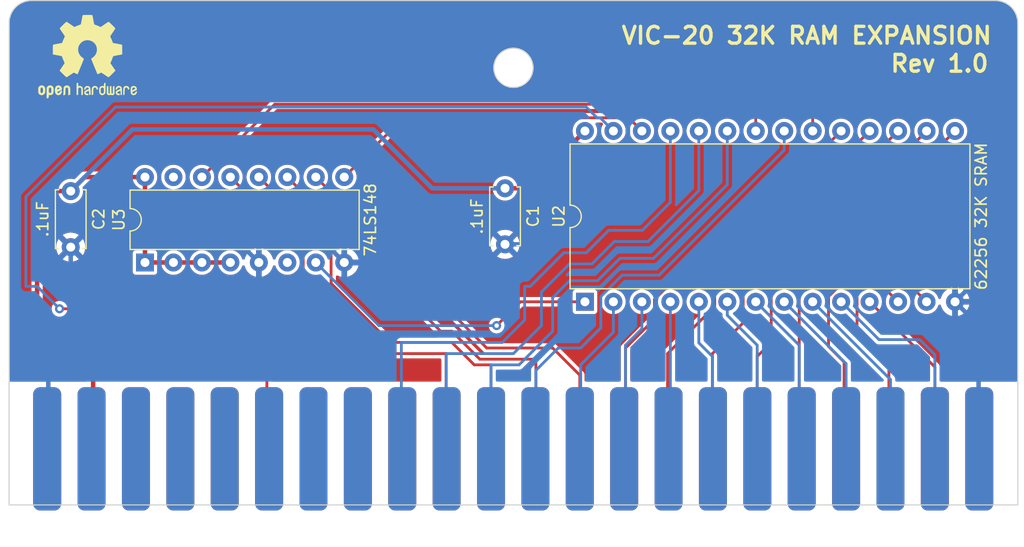
<source format=kicad_pcb>
(kicad_pcb (version 20221018) (generator pcbnew)
  (layers (0 "F.Cu" signal) (31 "B.Cu" signal) (34 "B.Paste" user) (35 "F.Paste" user) (36 "B.SilkS" user "B.Silkscreen") (37 "F.SilkS" user "F.Silkscreen") (38 "B.Mask" user) (39 "F.Mask" user) (44 "Edge.Cuts" user))
  (net 0 "")
  (net 1 "Net-(U2-A14)")
  (net 2 "/A12")
  (net 3 "/A7")
  (net 4 "/A6")
  (net 5 "/A5")
  (net 6 "/A4")
  (net 7 "/A3")
  (net 8 "/A2")
  (net 9 "/A1")
  (net 10 "/A0")
  (net 11 "/D0")
  (net 12 "/D1")
  (net 13 "/D2")
  (net 14 "GND")
  (net 15 "/D3")
  (net 16 "/D4")
  (net 17 "/D5")
  (net 18 "/D6")
  (net 19 "/D7")
  (net 20 "Net-(U2-~{CS})")
  (net 21 "/A10")
  (net 22 "/A11")
  (net 23 "/A9")
  (net 24 "/A8")
  (net 25 "Net-(U2-A13)")
  (net 26 "R{slash}W")
  (net 27 "+5V")
  (net 29 "Net-(U1-{slash}BLK_5)")
  (net 30 "Net-(U1-{slash}BLK_3)")
  (net 31 "Net-(U1-{slash}BLK_2)")
  (net 32 "Net-(U1-{slash}BLK_1)")
  (footprint "Package_DIP:DIP-28_W15.24mm" (layer "F.Cu") (at 161.38 111.875 90)
    (fp_text reference "U2" (at 7.62 -2.33 90) (layer "F.SilkS"))
    (fp_text value "62256 32K SRAM" (at 7.62 35.35 90) (layer "F.SilkS"))
    (pad "1" thru_hole rect (at 0 0 90) (size 1.6 1.6) (drill 0.8) (layers "*.Cu" "*.Mask") (net 1 "Net-(U2-A14)"))
    (pad "2" thru_hole oval (at 0 2.54 90) (size 1.6 1.6) (drill 0.8) (layers "*.Cu" "*.Mask") (net 24 "/A8"))
    (pad "3" thru_hole oval (at 0 5.08 90) (size 1.6 1.6) (drill 0.8) (layers "*.Cu" "*.Mask") (net 3 "/A7"))
    (pad "4" thru_hole oval (at 0 7.62 90) (size 1.6 1.6) (drill 0.8) (layers "*.Cu" "*.Mask") (net 4 "/A6"))
    (pad "5" thru_hole oval (at 0 10.16 90) (size 1.6 1.6) (drill 0.8) (layers "*.Cu" "*.Mask") (net 5 "/A5"))
    (pad "6" thru_hole oval (at 0 12.7 90) (size 1.6 1.6) (drill 0.8) (layers "*.Cu" "*.Mask") (net 6 "/A4"))
    (pad "7" thru_hole oval (at 0 15.24 90) (size 1.6 1.6) (drill 0.8) (layers "*.Cu" "*.Mask") (net 7 "/A3"))
    (pad "8" thru_hole oval (at 0 17.78 90) (size 1.6 1.6) (drill 0.8) (layers "*.Cu" "*.Mask") (net 8 "/A2"))
    (pad "9" thru_hole oval (at 0 20.32 90) (size 1.6 1.6) (drill 0.8) (layers "*.Cu" "*.Mask") (net 9 "/A1"))
    (pad "10" thru_hole oval (at 0 22.86 90) (size 1.6 1.6) (drill 0.8) (layers "*.Cu" "*.Mask") (net 10 "/A0"))
    (pad "11" thru_hole oval (at 0 25.4 90) (size 1.6 1.6) (drill 0.8) (layers "*.Cu" "*.Mask") (net 11 "/D0"))
    (pad "12" thru_hole oval (at 0 27.94 90) (size 1.6 1.6) (drill 0.8) (layers "*.Cu" "*.Mask") (net 12 "/D1"))
    (pad "13" thru_hole oval (at 0 30.48 90) (size 1.6 1.6) (drill 0.8) (layers "*.Cu" "*.Mask") (net 13 "/D2"))
    (pad "14" thru_hole oval (at 0 33.02 90) (size 1.6 1.6) (drill 0.8) (layers "*.Cu" "*.Mask") (net 14 "GND"))
    (pad "15" thru_hole oval (at 15.24 33.02 90) (size 1.6 1.6) (drill 0.8) (layers "*.Cu" "*.Mask") (net 15 "/D3"))
    (pad "16" thru_hole oval (at 15.24 30.48 90) (size 1.6 1.6) (drill 0.8) (layers "*.Cu" "*.Mask") (net 16 "/D4"))
    (pad "17" thru_hole oval (at 15.24 27.94 90) (size 1.6 1.6) (drill 0.8) (layers "*.Cu" "*.Mask") (net 17 "/D5"))
    (pad "18" thru_hole oval (at 15.24 25.4 90) (size 1.6 1.6) (drill 0.8) (layers "*.Cu" "*.Mask") (net 18 "/D6"))
    (pad "19" thru_hole oval (at 15.24 22.86 90) (size 1.6 1.6) (drill 0.8) (layers "*.Cu" "*.Mask") (net 19 "/D7"))
    (pad "20" thru_hole oval (at 15.24 20.32 90) (size 1.6 1.6) (drill 0.8) (layers "*.Cu" "*.Mask") (net 20 "Net-(U2-~{CS})"))
    (pad "21" thru_hole oval (at 15.24 17.78 90) (size 1.6 1.6) (drill 0.8) (layers "*.Cu" "*.Mask") (net 23 "/A9"))
    (pad "22" thru_hole oval (at 15.24 15.24 90) (size 1.6 1.6) (drill 0.8) (layers "*.Cu" "*.Mask") (net 20 "Net-(U2-~{CS})"))
    (pad "23" thru_hole oval (at 15.24 12.7 90) (size 1.6 1.6) (drill 0.8) (layers "*.Cu" "*.Mask") (net 21 "/A10"))
    (pad "24" thru_hole oval (at 15.24 10.16 90) (size 1.6 1.6) (drill 0.8) (layers "*.Cu" "*.Mask") (net 22 "/A11"))
    (pad "25" thru_hole oval (at 15.24 7.62 90) (size 1.6 1.6) (drill 0.8) (layers "*.Cu" "*.Mask") (net 2 "/A12"))
    (pad "26" thru_hole oval (at 15.24 5.08 90) (size 1.6 1.6) (drill 0.8) (layers "*.Cu" "*.Mask") (net 25 "Net-(U2-A13)"))
    (pad "27" thru_hole oval (at 15.24 2.54 90) (size 1.6 1.6) (drill 0.8) (layers "*.Cu" "*.Mask") (net 26 "R{slash}W"))
    (pad "28" thru_hole oval (at 15.24 0 90) (size 1.6 1.6) (drill 0.8) (layers "*.Cu" "*.Mask") (net 27 "+5V"))
  )
  (footprint "Capacitor_THT:C_Disc_D5.0mm_W2.5mm_P5.00mm" (layer "F.Cu") (at 154.25 101.75 -90)
    (fp_text reference "C1" (at 2.5 -2.5 90) (layer "F.SilkS"))
    (fp_text value ".1uF" (at 2.5 2.5 90) (layer "F.SilkS"))
    (pad "1" thru_hole circle (at 0 0 270) (size 1.6 1.6) (drill 0.8) (layers "*.Cu" "*.Mask") (net 27 "+5V"))
    (pad "2" thru_hole circle (at 5 0 270) (size 1.6 1.6) (drill 0.8) (layers "*.Cu" "*.Mask") (net 14 "GND"))
  )
  (footprint "Capacitor_THT:C_Disc_D5.0mm_W2.5mm_P5.00mm" (layer "F.Cu") (at 115.5 102 -90)
    (fp_text reference "C2" (at 2.5 -2.5 90) (layer "F.SilkS"))
    (fp_text value ".1uF" (at 2.5 2.5 90) (layer "F.SilkS"))
    (pad "1" thru_hole circle (at 0 0 270) (size 1.6 1.6) (drill 0.8) (layers "*.Cu" "*.Mask") (net 27 "+5V"))
    (pad "2" thru_hole circle (at 5 0 270) (size 1.6 1.6) (drill 0.8) (layers "*.Cu" "*.Mask") (net 14 "GND"))
  )
  (footprint "Package_DIP:DIP-16_W7.62mm" (layer "F.Cu") (at 122.125 108.37 90)
    (fp_text reference "U3" (at 3.81 -2.33 90) (layer "F.SilkS"))
    (fp_text value "74LS148" (at 3.81 20.11 90) (layer "F.SilkS"))
    (pad "1" thru_hole rect (at 0 0 90) (size 1.6 1.6) (drill 0.8) (layers "*.Cu" "*.Mask") (net 27 "+5V"))
    (pad "2" thru_hole oval (at 0 2.54 90) (size 1.6 1.6) (drill 0.8) (layers "*.Cu" "*.Mask") (net 27 "+5V"))
    (pad "3" thru_hole oval (at 0 5.08 90) (size 1.6 1.6) (drill 0.8) (layers "*.Cu" "*.Mask") (net 27 "+5V"))
    (pad "4" thru_hole oval (at 0 7.62 90) (size 1.6 1.6) (drill 0.8) (layers "*.Cu" "*.Mask") (net 27 "+5V"))
    (pad "5" thru_hole oval (at 0 10.16 90) (size 1.6 1.6) (drill 0.8) (layers "*.Cu" "*.Mask") (net 14 "GND"))
    (pad "6" thru_hole oval (at 0 12.7 90) (size 1.6 1.6) (drill 0.8) (layers "*.Cu" "*.Mask"))
    (pad "7" thru_hole oval (at 0 15.24 90) (size 1.6 1.6) (drill 0.8) (layers "*.Cu" "*.Mask") (net 1 "Net-(U2-A14)"))
    (pad "8" thru_hole oval (at 0 17.78 90) (size 1.6 1.6) (drill 0.8) (layers "*.Cu" "*.Mask") (net 14 "GND"))
    (pad "9" thru_hole oval (at 7.62 17.78 90) (size 1.6 1.6) (drill 0.8) (layers "*.Cu" "*.Mask") (net 25 "Net-(U2-A13)"))
    (pad "10" thru_hole oval (at 7.62 15.24 90) (size 1.6 1.6) (drill 0.8) (layers "*.Cu" "*.Mask") (net 32 "Net-(U1-{slash}BLK_1)"))
    (pad "11" thru_hole oval (at 7.62 12.7 90) (size 1.6 1.6) (drill 0.8) (layers "*.Cu" "*.Mask") (net 31 "Net-(U1-{slash}BLK_2)"))
    (pad "12" thru_hole oval (at 7.62 10.16 90) (size 1.6 1.6) (drill 0.8) (layers "*.Cu" "*.Mask") (net 30 "Net-(U1-{slash}BLK_3)"))
    (pad "13" thru_hole oval (at 7.62 7.62 90) (size 1.6 1.6) (drill 0.8) (layers "*.Cu" "*.Mask") (net 29 "Net-(U1-{slash}BLK_5)"))
    (pad "14" thru_hole oval (at 7.62 5.08 90) (size 1.6 1.6) (drill 0.8) (layers "*.Cu" "*.Mask") (net 20 "Net-(U2-~{CS})"))
    (pad "15" thru_hole oval (at 7.62 2.54 90) (size 1.6 1.6) (drill 0.8) (layers "*.Cu" "*.Mask"))
    (pad "16" thru_hole oval (at 7.62 0 90) (size 1.6 1.6) (drill 0.8) (layers "*.Cu" "*.Mask") (net 27 "+5V"))
  )
  (footprint "Symbol:OSHW-Logo2_9.8x8mm_SilkScreen" (layer "F.Cu") (at 117 90)
    (fp_text reference "REF**" hide)
    (fp_text value "OSHW-Logo2_9.8x8mm_SilkScreen" hide)
  )
  (footprint "Connector_Commodore:VIC20-Expansion-Port" (layer "F.Cu") (at 109.44 130.94)
    (fp_text reference "U1")
    (fp_text value "V20-Cart-Port")
    (pad "1" connect roundrect (at 87.12 -5.94) (size 2.5 11) (layers "F.Cu" "F.Mask"))
    (pad "2" connect roundrect (at 83.16 -5.94) (size 2.5 11) (layers "F.Cu" "F.Mask") (net 11 "/D0"))
    (pad "3" connect roundrect (at 79.2 -5.94) (size 2.5 11) (layers "F.Cu" "F.Mask") (net 12 "/D1"))
    (pad "4" connect roundrect (at 75.24 -5.94) (size 2.5 11) (layers "F.Cu" "F.Mask") (net 13 "/D2"))
    (pad "5" connect roundrect (at 71.28 -5.94) (size 2.5 11) (layers "F.Cu" "F.Mask") (net 15 "/D3"))
    (pad "6" connect roundrect (at 67.32 -5.94) (size 2.5 11) (layers "F.Cu" "F.Mask") (net 16 "/D4"))
    (pad "7" connect roundrect (at 63.36 -5.94) (size 2.5 11) (layers "F.Cu" "F.Mask") (net 17 "/D5"))
    (pad "8" connect roundrect (at 59.4 -5.94) (size 2.5 11) (layers "F.Cu" "F.Mask") (net 18 "/D6"))
    (pad "9" connect roundrect (at 55.44 -5.94) (size 2.5 11) (layers "F.Cu" "F.Mask") (net 19 "/D7"))
    (pad "10" connect roundrect (at 51.48 -5.94) (size 2.5 11) (layers "F.Cu" "F.Mask") (net 32 "Net-(U1-{slash}BLK_1)"))
    (pad "11" connect roundrect (at 47.52 -5.94) (size 2.5 11) (layers "F.Cu" "F.Mask") (net 31 "Net-(U1-{slash}BLK_2)"))
    (pad "12" connect roundrect (at 43.56 -5.94) (size 2.5 11) (layers "F.Cu" "F.Mask") (net 30 "Net-(U1-{slash}BLK_3)"))
    (pad "13" connect roundrect (at 39.6 -5.94) (size 2.5 11) (layers "F.Cu" "F.Mask") (net 29 "Net-(U1-{slash}BLK_5)"))
    (pad "14" connect roundrect (at 35.64 -5.94) (size 2.5 11) (layers "F.Cu" "F.Mask"))
    (pad "15" connect roundrect (at 31.68 -5.94) (size 2.5 11) (layers "F.Cu" "F.Mask"))
    (pad "16" connect roundrect (at 27.72 -5.94) (size 2.5 11) (layers "F.Cu" "F.Mask"))
    (pad "17" connect roundrect (at 23.76 -5.94) (size 2.5 11) (layers "F.Cu" "F.Mask") (net 26 "R{slash}W"))
    (pad "18" connect roundrect (at 19.8 -5.94) (size 2.5 11) (layers "F.Cu" "F.Mask"))
    (pad "19" connect roundrect (at 15.84 -5.94) (size 2.5 11) (layers "F.Cu" "F.Mask"))
    (pad "20" connect roundrect (at 11.88 -5.94) (size 2.5 11) (layers "F.Cu" "F.Mask"))
    (pad "21" connect roundrect (at 7.92 -5.94) (size 2.5 11) (layers "F.Cu" "F.Mask") (net 27 "+5V"))
    (pad "22" connect roundrect (at 3.96 -5.94) (size 2.5 11) (layers "F.Cu" "F.Mask"))
    (pad "A" connect roundrect (at 87.12 -5.94) (size 2.5 11) (layers "B.Cu" "B.Mask") (net 14 "GND"))
    (pad "B" connect roundrect (at 83.16 -5.94) (size 2.5 11) (layers "B.Cu" "B.Mask") (net 10 "/A0"))
    (pad "C" connect roundrect (at 79.2 -5.94) (size 2.5 11) (layers "B.Cu" "B.Mask") (net 9 "/A1"))
    (pad "D" connect roundrect (at 75.24 -5.94) (size 2.5 11) (layers "B.Cu" "B.Mask") (net 8 "/A2"))
    (pad "E" connect roundrect (at 71.28 -5.94) (size 2.5 11) (layers "B.Cu" "B.Mask") (net 7 "/A3"))
    (pad "F" connect roundrect (at 67.32 -5.94) (size 2.5 11) (layers "B.Cu" "B.Mask") (net 6 "/A4"))
    (pad "H" connect roundrect (at 63.36 -5.94) (size 2.5 11) (layers "B.Cu" "B.Mask") (net 5 "/A5"))
    (pad "J" connect roundrect (at 59.4 -5.94) (size 2.5 11) (layers "B.Cu" "B.Mask") (net 4 "/A6"))
    (pad "K" connect roundrect (at 55.44 -5.94) (size 2.5 11) (layers "B.Cu" "B.Mask") (net 3 "/A7"))
    (pad "L" connect roundrect (at 51.48 -5.94) (size 2.5 11) (layers "B.Cu" "B.Mask") (net 24 "/A8"))
    (pad "M" connect roundrect (at 47.52 -5.94) (size 2.5 11) (layers "B.Cu" "B.Mask") (net 23 "/A9"))
    (pad "N" connect roundrect (at 43.56 -5.94) (size 2.5 11) (layers "B.Cu" "B.Mask") (net 21 "/A10"))
    (pad "P" connect roundrect (at 39.6 -5.94) (size 2.5 11) (layers "B.Cu" "B.Mask") (net 22 "/A11"))
    (pad "R" connect roundrect (at 35.64 -5.94) (size 2.5 11) (layers "B.Cu" "B.Mask") (net 2 "/A12"))
    (pad "S" connect roundrect (at 31.68 -5.94) (size 2.5 11) (layers "B.Cu" "B.Mask"))
    (pad "T" connect roundrect (at 27.72 -5.94) (size 2.5 11) (layers "B.Cu" "B.Mask"))
    (pad "U" connect roundrect (at 23.76 -5.94) (size 2.5 11) (layers "B.Cu" "B.Mask"))
    (pad "V" connect roundrect (at 19.8 -5.94) (size 2.5 11) (layers "B.Cu" "B.Mask"))
    (pad "W" connect roundrect (at 15.84 -5.94) (size 2.5 11) (layers "B.Cu" "B.Mask"))
    (pad "X" connect roundrect (at 11.88 -5.94) (size 2.5 11) (layers "B.Cu" "B.Mask"))
    (pad "Y" connect roundrect (at 7.92 -5.94) (size 2.5 11) (layers "B.Cu" "B.Mask"))
    (pad "Z" connect roundrect (at 3.96 -5.94) (size 2.5 11) (layers "B.Cu" "B.Mask") (net 14 "GND"))
  )
  (gr_circle (center 155 91) (end 156.75 91) (stroke (width 0.1)) (fill none) (layer "Edge.Cuts"))
  (gr_line (start 110 87) (end 110 119) (stroke (width 0.1)) (layer "Edge.Cuts"))
  (gr_line (start 200 119) (end 200 119) (stroke (width 0.1)) (layer "Edge.Cuts"))
  (gr_line (start 110 119) (end 110 130) (stroke (width 0.1)) (layer "Edge.Cuts"))
  (gr_arc (start 198 85) (mid 199.414214 85.585786) (end 200 87) (stroke (width 0.1)) (layer "Edge.Cuts"))
  (gr_line (start 200 119) (end 200 87) (stroke (width 0.1)) (layer "Edge.Cuts"))
  (gr_arc (start 110 87) (mid 110.585786 85.585786) (end 112 85) (stroke (width 0.1)) (layer "Edge.Cuts"))
  (gr_line (start 110 130) (end 200 130) (stroke (width 0.1)) (layer "Edge.Cuts"))
  (gr_line (start 200 130) (end 200 119) (stroke (width 0.1)) (layer "Edge.Cuts"))
  (gr_line (start 110 119) (end 110 119) (stroke (width 0.1)) (layer "Edge.Cuts"))
  (gr_line (start 198 85) (end 112 85) (stroke (width 0.1)) (layer "Edge.Cuts"))
  (gr_text "VIC-20 32K RAM EXPANSION" (at 164.5 89) (layer "F.SilkS") (effects (font (size 1.5 1.5) (thickness 0.3) bold) (justify left bottom)))
  (gr_text "Rev 1.0" (at 188.5 91.5) (layer "F.SilkS") (effects (font (size 1.5 1.5) (thickness 0.3) bold) (justify left bottom)))
  (segment (start 153.5 114) (end 155.625 111.875) (width 0.25) (layer "F.Cu") (net 1))
  (segment (start 155.625 111.875) (end 161.38 111.875) (width 0.25) (layer "F.Cu") (net 1))
  (via (at 153.5 114) (size 0.8) (drill 0.4) (layers "F.Cu" "B.Cu") (net 1))
  (segment (start 142.995 114) (end 153.5 114) (width 0.25) (layer "B.Cu") (net 1))
  (segment (start 137.365 108.37) (end 142.995 114) (width 0.25) (layer "B.Cu") (net 1))
  (segment (start 166.5 105.5) (end 163.5 105.5) (width 0.25) (layer "B.Cu") (net 2))
  (segment (start 145 115.5) (end 145 124.92) (width 0.25) (layer "B.Cu") (net 2))
  (segment (start 163.5 105.5) (end 161.5 107.5) (width 0.25) (layer "B.Cu") (net 2))
  (segment (start 156 110.5) (end 156 113.5) (width 0.25) (layer "B.Cu") (net 2))
  (segment (start 156 113.5) (end 154 115.5) (width 0.25) (layer "B.Cu") (net 2))
  (segment (start 161.5 107.5) (end 159.5 107.5) (width 0.25) (layer "B.Cu") (net 2))
  (segment (start 169 103) (end 166.5 105.5) (width 0.25) (layer "B.Cu") (net 2))
  (segment (start 145 124.92) (end 145.08 125) (width 0.25) (layer "B.Cu") (net 2))
  (segment (start 154 115.5) (end 145 115.5) (width 0.25) (layer "B.Cu") (net 2))
  (segment (start 169 96.635) (end 169 103) (width 0.25) (layer "B.Cu") (net 2))
  (segment (start 159.5 107.5) (end 156.5 110.5) (width 0.25) (layer "B.Cu") (net 2))
  (segment (start 156.5 110.5) (end 156 110.5) (width 0.25) (layer "B.Cu") (net 2))
  (segment (start 165 115.75) (end 165 124.88) (width 0.25) (layer "B.Cu") (net 3))
  (segment (start 165 124.88) (end 164.88 125) (width 0.25) (layer "B.Cu") (net 3))
  (segment (start 166.46 111.875) (end 166.46 114.29) (width 0.25) (layer "B.Cu") (net 3))
  (segment (start 166.46 114.29) (end 165 115.75) (width 0.25) (layer "B.Cu") (net 3))
  (segment (start 169 111.875) (end 169 124.84) (width 0.25) (layer "B.Cu") (net 4))
  (segment (start 169 124.84) (end 168.84 125) (width 0.25) (layer "B.Cu") (net 4))
  (segment (start 171.54 111.875) (end 171.54 115.54) (width 0.25) (layer "B.Cu") (net 5))
  (segment (start 171.54 115.54) (end 172.75 116.75) (width 0.25) (layer "B.Cu") (net 5))
  (segment (start 172.75 116.75) (end 172.75 124.95) (width 0.25) (layer "B.Cu") (net 5))
  (segment (start 172.75 124.95) (end 172.8 125) (width 0.25) (layer "B.Cu") (net 5))
  (segment (start 176.75 115.75) (end 176.75 124.99) (width 0.25) (layer "B.Cu") (net 6))
  (segment (start 176.75 124.99) (end 176.76 125) (width 0.25) (layer "B.Cu") (net 6))
  (segment (start 174.08 113.08) (end 176.75 115.75) (width 0.25) (layer "B.Cu") (net 6))
  (segment (start 174.08 111.875) (end 174.08 113.08) (width 0.25) (layer "B.Cu") (net 6))
  (segment (start 176.62 111.875) (end 180.495 115.75) (width 0.25) (layer "B.Cu") (net 7))
  (segment (start 180.495 115.75) (end 180.5 115.75) (width 0.25) (layer "B.Cu") (net 7))
  (segment (start 180.5 115.75) (end 180.5 124.78) (width 0.25) (layer "B.Cu") (net 7))
  (segment (start 180.5 124.78) (end 180.72 125) (width 0.25) (layer "B.Cu") (net 7))
  (segment (start 184.68 117.395) (end 184.68 125) (width 0.25) (layer "B.Cu") (net 8))
  (segment (start 179.16 111.875) (end 184.68 117.395) (width 0.25) (layer "B.Cu") (net 8))
  (segment (start 181.7 111.875) (end 188.64 118.815) (width 0.25) (layer "B.Cu") (net 9))
  (segment (start 188.64 118.815) (end 188.64 125) (width 0.25) (layer "B.Cu") (net 9))
  (segment (start 192.6 116.6) (end 192.6 125) (width 0.25) (layer "B.Cu") (net 10))
  (segment (start 187.615 115.25) (end 191.25 115.25) (width 0.25) (layer "B.Cu") (net 10))
  (segment (start 184.24 111.875) (end 187.615 115.25) (width 0.25) (layer "B.Cu") (net 10))
  (segment (start 191.25 115.25) (end 192.6 116.6) (width 0.25) (layer "B.Cu") (net 10))
  (segment (start 186.78 111.875) (end 192.6 117.695) (width 0.25) (layer "F.Cu") (net 11))
  (segment (start 192.6 117.695) (end 192.6 125) (width 0.25) (layer "F.Cu") (net 11))
  (segment (start 188.5 117.25) (end 188.5 124.86) (width 0.25) (layer "F.Cu") (net 12))
  (segment (start 188.5 124.86) (end 188.64 125) (width 0.25) (layer "F.Cu") (net 12))
  (segment (start 186.305 110.195) (end 185.655 110.845) (width 0.25) (layer "F.Cu") (net 12))
  (segment (start 188.195 110.195) (end 186.305 110.195) (width 0.25) (layer "F.Cu") (net 12))
  (segment (start 188.195 110.75) (end 188.195 110.195) (width 0.25) (layer "F.Cu") (net 12))
  (segment (start 189.32 111.875) (end 188.195 110.75) (width 0.25) (layer "F.Cu") (net 12))
  (segment (start 185.655 114.405) (end 188.5 117.25) (width 0.25) (layer "F.Cu") (net 12))
  (segment (start 185.655 110.845) (end 185.655 114.405) (width 0.25) (layer "F.Cu") (net 12))
  (segment (start 183.115 115.865) (end 184.5 117.25) (width 0.25) (layer "F.Cu") (net 13))
  (segment (start 185.724009 108.8) (end 183.115 111.409009) (width 0.25) (layer "F.Cu") (net 13))
  (segment (start 183.115 111.409009) (end 183.115 115.865) (width 0.25) (layer "F.Cu") (net 13))
  (segment (start 184.5 117.25) (end 184.5 124.82) (width 0.25) (layer "F.Cu") (net 13))
  (segment (start 188.785 108.8) (end 185.724009 108.8) (width 0.25) (layer "F.Cu") (net 13))
  (segment (start 184.5 124.82) (end 184.68 125) (width 0.25) (layer "F.Cu") (net 13))
  (segment (start 191.86 111.875) (end 188.785 108.8) (width 0.25) (layer "F.Cu") (net 13))
  (segment (start 115.5 111) (end 117 112.5) (width 0.4) (layer "B.Cu") (net 14))
  (segment (start 154.25 106.75) (end 155.612767 106.75) (width 0.4) (layer "B.Cu") (net 14))
  (segment (start 194.4 111.875) (end 196.5 113.975) (width 0.4) (layer "B.Cu") (net 14))
  (segment (start 123.415 111.085) (end 123.415 107.852233) (width 0.4) (layer "B.Cu") (net 14))
  (segment (start 131 107.085) (end 132.285 108.37) (width 0.4) (layer "B.Cu") (net 14))
  (segment (start 117 112.5) (end 122 112.5) (width 0.4) (layer "B.Cu") (net 14))
  (segment (start 196.5 113.975) (end 196.5 124.94) (width 0.4) (layer "B.Cu") (net 14))
  (segment (start 131 106.5) (end 131 107.085) (width 0.4) (layer "B.Cu") (net 14))
  (segment (start 165.21 96.117233) (end 167.827233 93.5) (width 0.4) (layer "B.Cu") (net 14))
  (segment (start 115.5 107) (end 115.5 111) (width 0.4) (layer "B.Cu") (net 14))
  (segment (start 197 93.5) (end 197 109.275) (width 0.4) (layer "B.Cu") (net 14))
  (segment (start 165.21 97.152767) (end 165.21 96.117233) (width 0.4) (layer "B.Cu") (net 14))
  (segment (start 113.5 115.75) (end 113.5 124.9) (width 0.4) (layer "B.Cu") (net 14))
  (segment (start 117 112.5) (end 116.75 112.5) (width 0.4) (layer "B.Cu") (net 14))
  (segment (start 124.767233 106.5) (end 131 106.5) (width 0.4) (layer "B.Cu") (net 14))
  (segment (start 116.75 112.5) (end 113.5 115.75) (width 0.4) (layer "B.Cu") (net 14))
  (segment (start 155.612767 106.75) (end 165.21 97.152767) (width 0.4) (layer "B.Cu") (net 14))
  (segment (start 139 106.5) (end 139 107.465) (width 0.4) (layer "B.Cu") (net 14))
  (segment (start 152.63 108.37) (end 154.25 106.75) (width 0.4) (layer "B.Cu") (net 14))
  (segment (start 139.905 108.37) (end 152.63 108.37) (width 0.4) (layer "B.Cu") (net 14))
  (segment (start 113.5 124.9) (end 113.4 125) (width 0.4) (layer "B.Cu") (net 14))
  (segment (start 197 109.275) (end 194.4 111.875) (width 0.4) (layer "B.Cu") (net 14))
  (segment (start 139 107.465) (end 139.905 108.37) (width 0.4) (layer "B.Cu") (net 14))
  (segment (start 122 112.5) (end 123.415 111.085) (width 0.4) (layer "B.Cu") (net 14))
  (segment (start 123.415 107.852233) (end 124.767233 106.5) (width 0.4) (layer "B.Cu") (net 14))
  (segment (start 167.827233 93.5) (end 197 93.5) (width 0.4) (layer "B.Cu") (net 14))
  (segment (start 131 106.5) (end 139 106.5) (width 0.4) (layer "B.Cu") (net 14))
  (segment (start 196.5 124.94) (end 196.56 125) (width 0.4) (layer "B.Cu") (net 14))
  (segment (start 194.4 96.635) (end 180.535 110.5) (width 0.25) (layer "F.Cu") (net 15))
  (segment (start 180.5 110.5) (end 180.5 124.78) (width 0.25) (layer "F.Cu") (net 15))
  (segment (start 180.5 124.78) (end 180.72 125) (width 0.25) (layer "F.Cu") (net 15))
  (segment (start 180.535 110.5) (end 180.5 110.5) (width 0.25) (layer "F.Cu") (net 15))
  (segment (start 191.86 96.635) (end 178 110.495) (width 0.25) (layer "F.Cu") (net 16))
  (segment (start 178 110.495) (end 178 115.5) (width 0.25) (layer "F.Cu") (net 16))
  (segment (start 176.75 124.99) (end 176.76 125) (width 0.25) (layer "F.Cu") (net 16))
  (segment (start 178 115.5) (end 176.75 116.75) (width 0.25) (layer "F.Cu") (net 16))
  (segment (start 176.75 116.75) (end 176.75 124.99) (width 0.25) (layer "F.Cu") (net 16))
  (segment (start 172.75 124.95) (end 172.8 125) (width 0.25) (layer "F.Cu") (net 17))
  (segment (start 172.75 116.5) (end 172.75 124.95) (width 0.25) (layer "F.Cu") (net 17))
  (segment (start 175.495 110.46) (end 175.495 113.755) (width 0.25) (layer "F.Cu") (net 17))
  (segment (start 189.32 96.635) (end 175.495 110.46) (width 0.25) (layer "F.Cu") (net 17))
  (segment (start 175.495 113.755) (end 172.75 116.5) (width 0.25) (layer "F.Cu") (net 17))
  (segment (start 172.955 110.46) (end 172.955 112.295) (width 0.25) (layer "F.Cu") (net 18))
  (segment (start 168.75 124.91) (end 168.84 125) (width 0.25) (layer "F.Cu") (net 18))
  (segment (start 168.75 116.5) (end 168.75 124.91) (width 0.25) (layer "F.Cu") (net 18))
  (segment (start 186.78 96.635) (end 172.955 110.46) (width 0.25) (layer "F.Cu") (net 18))
  (segment (start 172.955 112.295) (end 168.75 116.5) (width 0.25) (layer "F.Cu") (net 18))
  (segment (start 165 116) (end 165 124.88) (width 0.25) (layer "F.Cu") (net 19))
  (segment (start 165 124.88) (end 164.88 125) (width 0.25) (layer "F.Cu") (net 19))
  (segment (start 179.25 100) (end 167.585 111.665) (width 0.25) (layer "F.Cu") (net 19))
  (segment (start 181 100) (end 179.25 100) (width 0.25) (layer "F.Cu") (net 19))
  (segment (start 181 99.875) (end 181 100) (width 0.25) (layer "F.Cu") (net 19))
  (segment (start 184.24 96.635) (end 181 99.875) (width 0.25) (layer "F.Cu") (net 19))
  (segment (start 167.585 111.665) (end 167.585 113.415) (width 0.25) (layer "F.Cu") (net 19))
  (segment (start 167.585 113.415) (end 165 116) (width 0.25) (layer "F.Cu") (net 19))
  (segment (start 133.705 94.25) (end 177.25 94.25) (width 0.25) (layer "F.Cu") (net 20))
  (segment (start 181.25 94.25) (end 181.75 94.75) (width 0.25) (layer "F.Cu") (net 20))
  (segment (start 181.75 94.75) (end 181.7 94.8) (width 0.25) (layer "F.Cu") (net 20))
  (segment (start 176.62 94.88) (end 177.25 94.25) (width 0.25) (layer "F.Cu") (net 20))
  (segment (start 177.25 94.25) (end 181.25 94.25) (width 0.25) (layer "F.Cu") (net 20))
  (segment (start 127.205 100.75) (end 133.705 94.25) (width 0.25) (layer "F.Cu") (net 20))
  (segment (start 176.62 96.635) (end 176.62 94.88) (width 0.25) (layer "F.Cu") (net 20))
  (segment (start 181.7 94.8) (end 181.7 96.635) (width 0.25) (layer "F.Cu") (net 20))
  (segment (start 153 117.5) (end 153 125) (width 0.25) (layer "B.Cu") (net 21))
  (segment (start 158.5 111.5) (end 158.5 114.5) (width 0.25) (layer "B.Cu") (net 21))
  (segment (start 164.5 108) (end 162.5 110) (width 0.25) (layer "B.Cu") (net 21))
  (segment (start 158.5 114.5) (end 155.5 117.5) (width 0.25) (layer "B.Cu") (net 21))
  (segment (start 155.5 117.5) (end 153 117.5) (width 0.25) (layer "B.Cu") (net 21))
  (segment (start 174.08 96.635) (end 174.08 101.42) (width 0.25) (layer "B.Cu") (net 21))
  (segment (start 160 110) (end 158.5 111.5) (width 0.25) (layer "B.Cu") (net 21))
  (segment (start 174.08 101.42) (end 167.5 108) (width 0.25) (layer "B.Cu") (net 21))
  (segment (start 167.5 108) (end 164.5 108) (width 0.25) (layer "B.Cu") (net 21))
  (segment (start 162.5 110) (end 160 110) (width 0.25) (layer "B.Cu") (net 21))
  (segment (start 157.5 114) (end 155 116.5) (width 0.25) (layer "B.Cu") (net 22))
  (segment (start 162 108.5) (end 160 108.5) (width 0.25) (layer "B.Cu") (net 22))
  (segment (start 157.5 111) (end 157.5 114) (width 0.25) (layer "B.Cu") (net 22))
  (segment (start 155 116.5) (end 149 116.5) (width 0.25) (layer "B.Cu") (net 22))
  (segment (start 160 108.5) (end 157.5 111) (width 0.25) (layer "B.Cu") (net 22))
  (segment (start 149 116.5) (end 149 124.96) (width 0.25) (layer "B.Cu") (net 22))
  (segment (start 167 106.5) (end 164 106.5) (width 0.25) (layer "B.Cu") (net 22))
  (segment (start 171.54 96.635) (end 171.54 101.96) (width 0.25) (layer "B.Cu") (net 22))
  (segment (start 149 124.96) (end 149.04 125) (width 0.25) (layer "B.Cu") (net 22))
  (segment (start 171.54 101.96) (end 167 106.5) (width 0.25) (layer "B.Cu") (net 22))
  (segment (start 164 106.5) (end 162 108.5) (width 0.25) (layer "B.Cu") (net 22))
  (segment (start 164.704009 109.5) (end 162.795 111.409009) (width 0.25) (layer "B.Cu") (net 23))
  (segment (start 157 124.96) (end 156.96 125) (width 0.25) (layer "B.Cu") (net 23))
  (segment (start 161 116) (end 159 116) (width 0.25) (layer "B.Cu") (net 23))
  (segment (start 159 116) (end 157 118) (width 0.25) (layer "B.Cu") (net 23))
  (segment (start 162.795 114.205) (end 161 116) (width 0.25) (layer "B.Cu") (net 23))
  (segment (start 157 118) (end 157 124.96) (width 0.25) (layer "B.Cu") (net 23))
  (segment (start 179.16 98.34) (end 168 109.5) (width 0.25) (layer "B.Cu") (net 23))
  (segment (start 168 109.5) (end 164.704009 109.5) (width 0.25) (layer "B.Cu") (net 23))
  (segment (start 179.16 96.635) (end 179.16 98.34) (width 0.25) (layer "B.Cu") (net 23))
  (segment (start 162.795 111.409009) (end 162.795 114.205) (width 0.25) (layer "B.Cu") (net 23))
  (segment (start 161 124.92) (end 160.92 125) (width 0.25) (layer "B.Cu") (net 24))
  (segment (start 161 117.5) (end 161 124.92) (width 0.25) (layer "B.Cu") (net 24))
  (segment (start 163.92 111.875) (end 163.92 114.58) (width 0.25) (layer "B.Cu") (net 24))
  (segment (start 163.92 114.58) (end 161 117.5) (width 0.25) (layer "B.Cu") (net 24))
  (segment (start 145.195 95.46) (end 165.285 95.46) (width 0.25) (layer "F.Cu") (net 25))
  (segment (start 139.905 100.75) (end 145.195 95.46) (width 0.25) (layer "F.Cu") (net 25))
  (segment (start 165.285 95.46) (end 166.46 96.635) (width 0.25) (layer "F.Cu") (net 25))
  (segment (start 133 117) (end 133 124.8) (width 0.25) (layer "F.Cu") (net 26))
  (segment (start 114.5 112.5) (end 123.583503 112.5) (width 0.25) (layer "F.Cu") (net 26))
  (segment (start 127.583503 116.5) (end 132.5 116.5) (width 0.25) (layer "F.Cu") (net 26))
  (segment (start 123.583503 112.5) (end 127.583503 116.5) (width 0.25) (layer "F.Cu") (net 26))
  (segment (start 133 124.8) (end 133.2 125) (width 0.25) (layer "F.Cu") (net 26))
  (segment (start 132.5 116.5) (end 133 117) (width 0.25) (layer "F.Cu") (net 26))
  (via (at 114.5 112.5) (size 0.8) (drill 0.4) (layers "F.Cu" "B.Cu") (net 26))
  (segment (start 111.5 102.5) (end 111.5 110.5) (width 0.25) (layer "B.Cu") (net 26))
  (segment (start 163.92 96.635) (end 162.745 95.46) (width 0.25) (layer "B.Cu") (net 26))
  (segment (start 162.745 95.46) (end 162.46 95.46) (width 0.25) (layer "B.Cu") (net 26))
  (segment (start 161.5 94.5) (end 119.5 94.5) (width 0.25) (layer "B.Cu") (net 26))
  (segment (start 162.46 95.46) (end 161.5 94.5) (width 0.25) (layer "B.Cu") (net 26))
  (segment (start 112.5 110.5) (end 114.5 112.5) (width 0.25) (layer "B.Cu") (net 26))
  (segment (start 111.5 110.5) (end 112.5 110.5) (width 0.25) (layer "B.Cu") (net 26))
  (segment (start 119.5 94.5) (end 111.5 102.5) (width 0.25) (layer "B.Cu") (net 26))
  (segment (start 127.205 108.37) (end 129.745 108.37) (width 0.4) (layer "F.Cu") (net 27))
  (segment (start 156.265 101.75) (end 161.38 96.635) (width 0.4) (layer "F.Cu") (net 27))
  (segment (start 116.75 100.75) (end 122.125 100.75) (width 0.4) (layer "F.Cu") (net 27))
  (segment (start 112.5 103.5) (end 112.5 112.5) (width 0.4) (layer "F.Cu") (net 27))
  (segment (start 117.5 117.5) (end 117.5 124.86) (width 0.4) (layer "F.Cu") (net 27))
  (segment (start 112.5 112.5) (end 117.5 117.5) (width 0.4) (layer "F.Cu") (net 27))
  (segment (start 122.125 100.75) (end 122.125 108.37) (width 0.4) (layer "F.Cu") (net 27))
  (segment (start 124.665 108.37) (end 127.205 108.37) (width 0.4) (layer "F.Cu") (net 27))
  (segment (start 154.25 101.75) (end 156.265 101.75) (width 0.4) (layer "F.Cu") (net 27))
  (segment (start 117.5 124.86) (end 117.36 125) (width 0.4) (layer "F.Cu") (net 27))
  (segment (start 122.125 108.37) (end 124.665 108.37) (width 0.4) (layer "F.Cu") (net 27))
  (segment (start 115.5 102) (end 114 102) (width 0.4) (layer "F.Cu") (net 27))
  (segment (start 115.5 102) (end 116.75 100.75) (width 0.4) (layer "F.Cu") (net 27))
  (segment (start 114 102) (end 112.5 103.5) (width 0.4) (layer "F.Cu") (net 27))
  (segment (start 142.5 96.5) (end 121 96.5) (width 0.4) (layer "B.Cu") (net 27))
  (segment (start 121 96.5) (end 115.5 102) (width 0.4) (layer "B.Cu") (net 27))
  (segment (start 147.75 101.75) (end 142.5 96.5) (width 0.4) (layer "B.Cu") (net 27))
  (segment (start 154.25 101.75) (end 147.75 101.75) (width 0.4) (layer "B.Cu") (net 27))
  (segment (start 129.745 100.75) (end 136.24 107.245) (width 0.25) (layer "F.Cu") (net 29))
  (segment (start 136.24 107.245) (end 136.24 109.24) (width 0.25) (layer "F.Cu") (net 29))
  (segment (start 149 124.96) (end 149.04 125) (width 0.25) (layer "F.Cu") (net 29))
  (segment (start 143.5 116.5) (end 149 116.5) (width 0.25) (layer "F.Cu") (net 29))
  (segment (start 149 116.5) (end 149 124.96) (width 0.25) (layer "F.Cu") (net 29))
  (segment (start 136.24 109.24) (end 143.5 116.5) (width 0.25) (layer "F.Cu") (net 29))
  (segment (start 138.73 110.23) (end 144 115.5) (width 0.25) (layer "F.Cu") (net 30))
  (segment (start 149.5 115.5) (end 151.5 117.5) (width 0.25) (layer "F.Cu") (net 30))
  (segment (start 138.73 107.195) (end 138.73 110.23) (width 0.25) (layer "F.Cu") (net 30))
  (segment (start 144 115.5) (end 149.5 115.5) (width 0.25) (layer "F.Cu") (net 30))
  (segment (start 132.285 100.75) (end 138.73 107.195) (width 0.25) (layer "F.Cu") (net 30))
  (segment (start 151.5 117.5) (end 153 117.5) (width 0.25) (layer "F.Cu") (net 30))
  (segment (start 153 117.5) (end 153 125) (width 0.25) (layer "F.Cu") (net 30))
  (segment (start 152 117) (end 157 117) (width 0.25) (layer "F.Cu") (net 31))
  (segment (start 135.95 101.95) (end 148.5 114.5) (width 0.25) (layer "F.Cu") (net 31))
  (segment (start 149.5 114.5) (end 152 117) (width 0.25) (layer "F.Cu") (net 31))
  (segment (start 157 117) (end 157 124.96) (width 0.25) (layer "F.Cu") (net 31))
  (segment (start 135.95 101.875) (end 135.95 101.95) (width 0.25) (layer "F.Cu") (net 31))
  (segment (start 134.825 100.75) (end 135.95 101.875) (width 0.25) (layer "F.Cu") (net 31))
  (segment (start 148.5 114.5) (end 149.5 114.5) (width 0.25) (layer "F.Cu") (net 31))
  (segment (start 157 124.96) (end 156.96 125) (width 0.25) (layer "F.Cu") (net 31))
  (segment (start 158.5 116) (end 160.92 118.42) (width 0.25) (layer "F.Cu") (net 32))
  (segment (start 152.615 116) (end 158.5 116) (width 0.25) (layer "F.Cu") (net 32))
  (segment (start 160.92 118.42) (end 160.92 125) (width 0.25) (layer "F.Cu") (net 32))
  (segment (start 137.365 100.75) (end 152.615 116) (width 0.25) (layer "F.Cu") (net 32))
  (zone (net 14) (net_name "GND") (layer "F.Cu") (priority 1) (connect_pads (clearance 0.3)) (min_thickness 0.25) (fill yes (thermal_gap 0.5) (thermal_bridge_width 0.5))
    (polygon (pts (xy 110 85) (xy 110 119) (xy 200 119) (xy 200 85)))
  )
  (zone (net 14) (net_name "GND") (layer "B.Cu") (connect_pads (clearance 0.3)) (min_thickness 0.25) (fill yes (thermal_gap 0.5) (thermal_bridge_width 0.5))
    (polygon (pts (xy 110 85) (xy 110 119) (xy 200 119) (xy 200 85)))
  )
)
</source>
